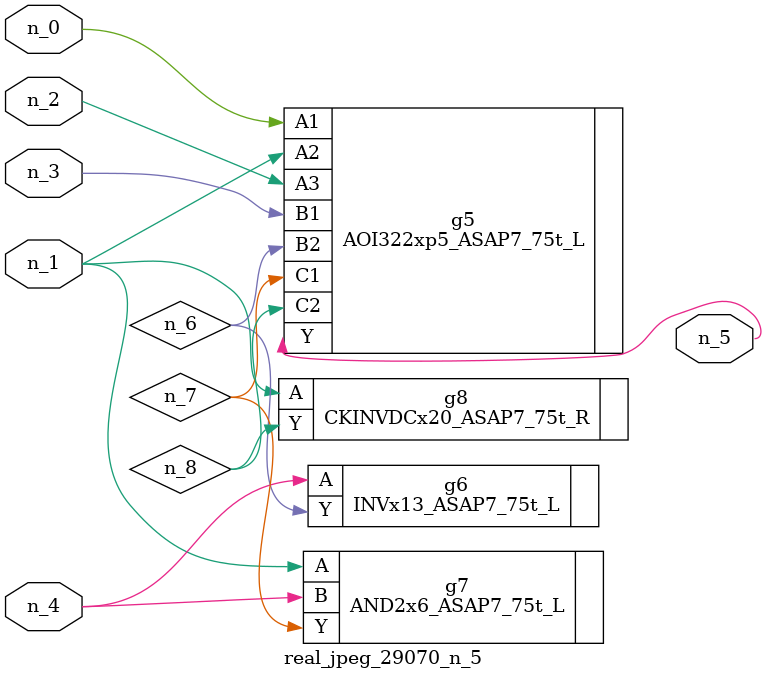
<source format=v>
module real_jpeg_29070_n_5 (n_4, n_0, n_1, n_2, n_3, n_5);

input n_4;
input n_0;
input n_1;
input n_2;
input n_3;

output n_5;

wire n_8;
wire n_6;
wire n_7;

AOI322xp5_ASAP7_75t_L g5 ( 
.A1(n_0),
.A2(n_1),
.A3(n_2),
.B1(n_3),
.B2(n_6),
.C1(n_7),
.C2(n_8),
.Y(n_5)
);

AND2x6_ASAP7_75t_L g7 ( 
.A(n_1),
.B(n_4),
.Y(n_7)
);

CKINVDCx20_ASAP7_75t_R g8 ( 
.A(n_1),
.Y(n_8)
);

INVx13_ASAP7_75t_L g6 ( 
.A(n_4),
.Y(n_6)
);


endmodule
</source>
